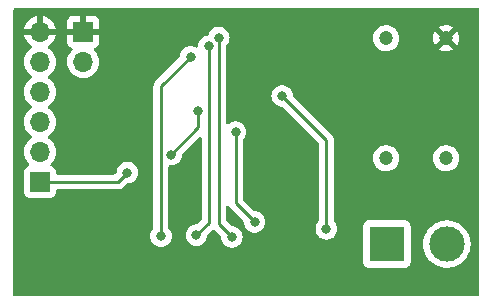
<source format=gbr>
G04 #@! TF.GenerationSoftware,KiCad,Pcbnew,(6.0.2)*
G04 #@! TF.CreationDate,2022-07-04T11:46:19+05:00*
G04 #@! TF.ProjectId,18bit-DIT,31386269-742d-4444-9954-2e6b69636164,rev?*
G04 #@! TF.SameCoordinates,Original*
G04 #@! TF.FileFunction,Copper,L2,Bot*
G04 #@! TF.FilePolarity,Positive*
%FSLAX46Y46*%
G04 Gerber Fmt 4.6, Leading zero omitted, Abs format (unit mm)*
G04 Created by KiCad (PCBNEW (6.0.2)) date 2022-07-04 11:46:19*
%MOMM*%
%LPD*%
G01*
G04 APERTURE LIST*
G04 #@! TA.AperFunction,ComponentPad*
%ADD10R,1.700000X1.700000*%
G04 #@! TD*
G04 #@! TA.AperFunction,ComponentPad*
%ADD11O,1.700000X1.700000*%
G04 #@! TD*
G04 #@! TA.AperFunction,ComponentPad*
%ADD12R,3.000000X3.000000*%
G04 #@! TD*
G04 #@! TA.AperFunction,ComponentPad*
%ADD13C,3.000000*%
G04 #@! TD*
G04 #@! TA.AperFunction,ComponentPad*
%ADD14C,1.200000*%
G04 #@! TD*
G04 #@! TA.AperFunction,ViaPad*
%ADD15C,0.800000*%
G04 #@! TD*
G04 #@! TA.AperFunction,Conductor*
%ADD16C,0.250000*%
G04 #@! TD*
G04 APERTURE END LIST*
D10*
X126746000Y-67818000D03*
D11*
X126746000Y-65278000D03*
X126746000Y-62738000D03*
X126746000Y-60198000D03*
X126746000Y-57658000D03*
X126746000Y-55118000D03*
D12*
X156120000Y-73080000D03*
D13*
X161200000Y-73080000D03*
D14*
X156060000Y-55650000D03*
X161140000Y-55650000D03*
X156060000Y-65810000D03*
X161140000Y-65810000D03*
D10*
X130410000Y-55110000D03*
D11*
X130410000Y-57650000D03*
D15*
X134150000Y-67020000D03*
X137852500Y-65497500D03*
X140160000Y-61770000D03*
X151040000Y-60840000D03*
X156910000Y-63230000D03*
X134560000Y-69410000D03*
X139120000Y-69410000D03*
X134615000Y-62505000D03*
X143310000Y-63600000D03*
X144930000Y-71190000D03*
X143000000Y-72470000D03*
X141888517Y-55589990D03*
X147260000Y-60530000D03*
X151000000Y-71780000D03*
X141050000Y-56320000D03*
X140000000Y-72320000D03*
X137000000Y-72400000D03*
X139510000Y-57220000D03*
D16*
X133352000Y-67818000D02*
X134150000Y-67020000D01*
X140160000Y-63190000D02*
X137852500Y-65497500D01*
X140160000Y-61770000D02*
X140160000Y-63190000D01*
X126746000Y-67818000D02*
X128898000Y-67818000D01*
X129722000Y-67818000D02*
X133352000Y-67818000D01*
X129722000Y-67818000D02*
X128898000Y-67818000D01*
X143310000Y-69570000D02*
X144930000Y-71190000D01*
X143310000Y-63600000D02*
X143310000Y-69570000D01*
X141888517Y-71358517D02*
X141888517Y-55589990D01*
X143000000Y-72470000D02*
X141888517Y-71358517D01*
X151000000Y-64270000D02*
X151000000Y-65320000D01*
X151000000Y-71780000D02*
X151000000Y-65320000D01*
X147260000Y-60530000D02*
X151000000Y-64270000D01*
X140000000Y-72320000D02*
X141065002Y-71254998D01*
X141065002Y-56335002D02*
X141050000Y-56320000D01*
X141065002Y-71254998D02*
X141065002Y-56335002D01*
X137000000Y-72400000D02*
X137000000Y-59730000D01*
X137000000Y-59730000D02*
X139510000Y-57220000D01*
G04 #@! TA.AperFunction,Conductor*
G36*
X163884121Y-53128002D02*
G01*
X163930614Y-53181658D01*
X163942000Y-53234000D01*
X163942000Y-77366000D01*
X163921998Y-77434121D01*
X163868342Y-77480614D01*
X163816000Y-77492000D01*
X124614499Y-77492000D01*
X124546378Y-77471998D01*
X124499885Y-77418342D01*
X124488499Y-77365901D01*
X124490292Y-75089918D01*
X124490656Y-74628134D01*
X154111500Y-74628134D01*
X154118255Y-74690316D01*
X154169385Y-74826705D01*
X154256739Y-74943261D01*
X154373295Y-75030615D01*
X154509684Y-75081745D01*
X154571866Y-75088500D01*
X157668134Y-75088500D01*
X157730316Y-75081745D01*
X157866705Y-75030615D01*
X157983261Y-74943261D01*
X158070615Y-74826705D01*
X158121745Y-74690316D01*
X158128500Y-74628134D01*
X158128500Y-73058918D01*
X159186917Y-73058918D01*
X159202682Y-73332320D01*
X159203507Y-73336525D01*
X159203508Y-73336533D01*
X159203952Y-73338794D01*
X159255405Y-73601053D01*
X159256792Y-73605103D01*
X159256793Y-73605108D01*
X159277605Y-73665895D01*
X159344112Y-73860144D01*
X159467160Y-74104799D01*
X159469586Y-74108328D01*
X159469589Y-74108334D01*
X159619843Y-74326953D01*
X159622274Y-74330490D01*
X159806582Y-74533043D01*
X160016675Y-74708707D01*
X160020316Y-74710991D01*
X160245024Y-74851951D01*
X160245028Y-74851953D01*
X160248664Y-74854234D01*
X160316544Y-74884883D01*
X160494345Y-74965164D01*
X160494349Y-74965166D01*
X160498257Y-74966930D01*
X160502377Y-74968150D01*
X160502376Y-74968150D01*
X160756723Y-75043491D01*
X160756727Y-75043492D01*
X160760836Y-75044709D01*
X160765070Y-75045357D01*
X160765075Y-75045358D01*
X161027298Y-75085483D01*
X161027300Y-75085483D01*
X161031540Y-75086132D01*
X161170912Y-75088322D01*
X161301071Y-75090367D01*
X161301077Y-75090367D01*
X161305362Y-75090434D01*
X161577235Y-75057534D01*
X161842127Y-74988041D01*
X161846087Y-74986401D01*
X161846092Y-74986399D01*
X161968632Y-74935641D01*
X162095136Y-74883241D01*
X162331582Y-74745073D01*
X162547089Y-74576094D01*
X162588809Y-74533043D01*
X162734686Y-74382509D01*
X162737669Y-74379431D01*
X162740202Y-74375983D01*
X162740206Y-74375978D01*
X162897257Y-74162178D01*
X162899795Y-74158723D01*
X162927154Y-74108334D01*
X163028418Y-73921830D01*
X163028419Y-73921828D01*
X163030468Y-73918054D01*
X163127269Y-73661877D01*
X163188407Y-73394933D01*
X163193418Y-73338794D01*
X163212531Y-73124627D01*
X163212531Y-73124625D01*
X163212751Y-73122161D01*
X163212908Y-73107237D01*
X163213167Y-73082484D01*
X163213167Y-73082483D01*
X163213193Y-73080000D01*
X163207327Y-72993955D01*
X163194859Y-72811055D01*
X163194858Y-72811049D01*
X163194567Y-72806778D01*
X163139032Y-72538612D01*
X163047617Y-72280465D01*
X162922013Y-72037112D01*
X162912040Y-72022921D01*
X162803703Y-71868774D01*
X162764545Y-71813057D01*
X162657141Y-71697476D01*
X162581046Y-71615588D01*
X162581043Y-71615585D01*
X162578125Y-71612445D01*
X162574810Y-71609731D01*
X162574806Y-71609728D01*
X162413304Y-71477540D01*
X162366205Y-71438990D01*
X162132704Y-71295901D01*
X162128768Y-71294173D01*
X161885873Y-71187549D01*
X161885869Y-71187548D01*
X161881945Y-71185825D01*
X161618566Y-71110800D01*
X161614324Y-71110196D01*
X161614318Y-71110195D01*
X161409387Y-71081029D01*
X161347443Y-71072213D01*
X161203589Y-71071460D01*
X161077877Y-71070802D01*
X161077871Y-71070802D01*
X161073591Y-71070780D01*
X161069347Y-71071339D01*
X161069343Y-71071339D01*
X160995741Y-71081029D01*
X160802078Y-71106525D01*
X160797938Y-71107658D01*
X160797936Y-71107658D01*
X160731467Y-71125842D01*
X160537928Y-71178788D01*
X160533980Y-71180472D01*
X160289982Y-71284546D01*
X160289978Y-71284548D01*
X160286030Y-71286232D01*
X160266125Y-71298145D01*
X160054725Y-71424664D01*
X160054721Y-71424667D01*
X160051043Y-71426868D01*
X159837318Y-71598094D01*
X159796475Y-71641134D01*
X159654130Y-71791134D01*
X159648808Y-71796742D01*
X159489002Y-72019136D01*
X159360857Y-72261161D01*
X159359385Y-72265184D01*
X159359383Y-72265188D01*
X159280372Y-72481094D01*
X159266743Y-72518337D01*
X159208404Y-72785907D01*
X159186917Y-73058918D01*
X158128500Y-73058918D01*
X158128500Y-71531866D01*
X158121745Y-71469684D01*
X158070615Y-71333295D01*
X157983261Y-71216739D01*
X157866705Y-71129385D01*
X157730316Y-71078255D01*
X157668134Y-71071500D01*
X154571866Y-71071500D01*
X154509684Y-71078255D01*
X154373295Y-71129385D01*
X154256739Y-71216739D01*
X154169385Y-71333295D01*
X154118255Y-71469684D01*
X154111500Y-71531866D01*
X154111500Y-74628134D01*
X124490656Y-74628134D01*
X124492410Y-72400000D01*
X136086496Y-72400000D01*
X136087186Y-72406565D01*
X136101506Y-72542809D01*
X136106458Y-72589928D01*
X136165473Y-72771556D01*
X136168776Y-72777278D01*
X136168777Y-72777279D01*
X136176224Y-72790177D01*
X136260960Y-72936944D01*
X136388747Y-73078866D01*
X136478334Y-73143955D01*
X136536354Y-73186109D01*
X136543248Y-73191118D01*
X136549276Y-73193802D01*
X136549278Y-73193803D01*
X136691754Y-73257237D01*
X136717712Y-73268794D01*
X136811113Y-73288647D01*
X136898056Y-73307128D01*
X136898061Y-73307128D01*
X136904513Y-73308500D01*
X137095487Y-73308500D01*
X137101939Y-73307128D01*
X137101944Y-73307128D01*
X137188887Y-73288647D01*
X137282288Y-73268794D01*
X137308246Y-73257237D01*
X137450722Y-73193803D01*
X137450724Y-73193802D01*
X137456752Y-73191118D01*
X137463647Y-73186109D01*
X137521666Y-73143955D01*
X137611253Y-73078866D01*
X137739040Y-72936944D01*
X137823776Y-72790177D01*
X137831223Y-72777279D01*
X137831224Y-72777278D01*
X137834527Y-72771556D01*
X137893542Y-72589928D01*
X137898495Y-72542809D01*
X137912814Y-72406565D01*
X137913504Y-72400000D01*
X137900540Y-72276656D01*
X137894232Y-72216635D01*
X137894232Y-72216633D01*
X137893542Y-72210072D01*
X137834527Y-72028444D01*
X137827145Y-72015657D01*
X137742341Y-71868774D01*
X137739040Y-71863056D01*
X137665863Y-71781785D01*
X137635147Y-71717779D01*
X137633500Y-71697476D01*
X137633500Y-66532000D01*
X137653502Y-66463879D01*
X137707158Y-66417386D01*
X137759500Y-66406000D01*
X137947987Y-66406000D01*
X137954439Y-66404628D01*
X137954444Y-66404628D01*
X138041387Y-66386147D01*
X138134788Y-66366294D01*
X138140819Y-66363609D01*
X138303222Y-66291303D01*
X138303224Y-66291302D01*
X138309252Y-66288618D01*
X138359738Y-66251938D01*
X138365115Y-66248031D01*
X138463753Y-66176366D01*
X138486407Y-66151206D01*
X138587121Y-66039352D01*
X138587122Y-66039351D01*
X138591540Y-66034444D01*
X138673425Y-65892616D01*
X138683723Y-65874779D01*
X138683724Y-65874778D01*
X138687027Y-65869056D01*
X138746042Y-65687428D01*
X138763407Y-65522206D01*
X138790420Y-65456550D01*
X138799622Y-65446282D01*
X140216407Y-64029498D01*
X140278719Y-63995472D01*
X140349535Y-64000537D01*
X140406370Y-64043084D01*
X140431181Y-64109604D01*
X140431502Y-64118593D01*
X140431502Y-70940403D01*
X140411500Y-71008524D01*
X140394597Y-71029498D01*
X140049500Y-71374595D01*
X139987188Y-71408621D01*
X139960405Y-71411500D01*
X139904513Y-71411500D01*
X139898061Y-71412872D01*
X139898056Y-71412872D01*
X139819595Y-71429550D01*
X139717712Y-71451206D01*
X139711682Y-71453891D01*
X139711681Y-71453891D01*
X139549278Y-71526197D01*
X139549276Y-71526198D01*
X139543248Y-71528882D01*
X139537907Y-71532762D01*
X139537906Y-71532763D01*
X139506927Y-71555271D01*
X139388747Y-71641134D01*
X139384326Y-71646044D01*
X139384325Y-71646045D01*
X139294468Y-71745842D01*
X139260960Y-71783056D01*
X139165473Y-71948444D01*
X139106458Y-72130072D01*
X139105768Y-72136633D01*
X139105768Y-72136635D01*
X139090003Y-72286635D01*
X139086496Y-72320000D01*
X139087186Y-72326565D01*
X139100588Y-72454074D01*
X139106458Y-72509928D01*
X139165473Y-72691556D01*
X139260960Y-72856944D01*
X139388747Y-72998866D01*
X139406621Y-73011852D01*
X139504202Y-73082749D01*
X139543248Y-73111118D01*
X139549276Y-73113802D01*
X139549278Y-73113803D01*
X139636753Y-73152749D01*
X139717712Y-73188794D01*
X139811112Y-73208647D01*
X139898056Y-73227128D01*
X139898061Y-73227128D01*
X139904513Y-73228500D01*
X140095487Y-73228500D01*
X140101939Y-73227128D01*
X140101944Y-73227128D01*
X140188888Y-73208647D01*
X140282288Y-73188794D01*
X140363247Y-73152749D01*
X140450722Y-73113803D01*
X140450724Y-73113802D01*
X140456752Y-73111118D01*
X140495799Y-73082749D01*
X140593379Y-73011852D01*
X140611253Y-72998866D01*
X140739040Y-72856944D01*
X140834527Y-72691556D01*
X140893542Y-72509928D01*
X140910907Y-72344706D01*
X140937920Y-72279050D01*
X140947122Y-72268782D01*
X141335905Y-71879999D01*
X141398217Y-71845973D01*
X141469032Y-71851038D01*
X141514095Y-71879999D01*
X142052878Y-72418782D01*
X142086904Y-72481094D01*
X142089092Y-72494703D01*
X142096716Y-72567237D01*
X142105006Y-72646109D01*
X142106458Y-72659928D01*
X142165473Y-72841556D01*
X142260960Y-73006944D01*
X142265378Y-73011851D01*
X142265379Y-73011852D01*
X142357176Y-73113803D01*
X142388747Y-73148866D01*
X142543248Y-73261118D01*
X142549276Y-73263802D01*
X142549278Y-73263803D01*
X142649670Y-73308500D01*
X142717712Y-73338794D01*
X142811112Y-73358647D01*
X142898056Y-73377128D01*
X142898061Y-73377128D01*
X142904513Y-73378500D01*
X143095487Y-73378500D01*
X143101939Y-73377128D01*
X143101944Y-73377128D01*
X143188888Y-73358647D01*
X143282288Y-73338794D01*
X143350330Y-73308500D01*
X143450722Y-73263803D01*
X143450724Y-73263802D01*
X143456752Y-73261118D01*
X143611253Y-73148866D01*
X143642824Y-73113803D01*
X143734621Y-73011852D01*
X143734622Y-73011851D01*
X143739040Y-73006944D01*
X143834527Y-72841556D01*
X143893542Y-72659928D01*
X143894995Y-72646109D01*
X143912814Y-72476565D01*
X143913504Y-72470000D01*
X143897739Y-72320000D01*
X143894232Y-72286635D01*
X143894232Y-72286633D01*
X143893542Y-72280072D01*
X143834527Y-72098444D01*
X143739040Y-71933056D01*
X143684740Y-71872749D01*
X143615675Y-71796045D01*
X143615674Y-71796044D01*
X143611253Y-71791134D01*
X143510289Y-71717779D01*
X143462094Y-71682763D01*
X143462093Y-71682762D01*
X143456752Y-71678882D01*
X143450724Y-71676198D01*
X143450722Y-71676197D01*
X143288319Y-71603891D01*
X143288318Y-71603891D01*
X143282288Y-71601206D01*
X143188888Y-71581353D01*
X143101944Y-71562872D01*
X143101939Y-71562872D01*
X143095487Y-71561500D01*
X143039595Y-71561500D01*
X142971474Y-71541498D01*
X142950500Y-71524595D01*
X142558922Y-71133017D01*
X142524896Y-71070705D01*
X142522017Y-71043922D01*
X142522017Y-69950778D01*
X142542019Y-69882657D01*
X142595675Y-69836164D01*
X142665949Y-69826060D01*
X142730529Y-69855554D01*
X142749131Y-69878574D01*
X142750448Y-69877617D01*
X142776436Y-69913387D01*
X142782952Y-69923307D01*
X142799199Y-69950778D01*
X142805458Y-69961362D01*
X142819779Y-69975683D01*
X142832619Y-69990716D01*
X142844528Y-70007107D01*
X142850634Y-70012158D01*
X142878605Y-70035298D01*
X142887384Y-70043288D01*
X143982878Y-71138783D01*
X144016904Y-71201095D01*
X144019093Y-71214708D01*
X144027627Y-71295901D01*
X144036458Y-71379928D01*
X144095473Y-71561556D01*
X144098776Y-71567278D01*
X144098777Y-71567279D01*
X144118365Y-71601206D01*
X144190960Y-71726944D01*
X144195378Y-71731851D01*
X144195379Y-71731852D01*
X144309101Y-71858153D01*
X144318747Y-71868866D01*
X144473248Y-71981118D01*
X144479276Y-71983802D01*
X144479278Y-71983803D01*
X144641681Y-72056109D01*
X144647712Y-72058794D01*
X144741113Y-72078647D01*
X144828056Y-72097128D01*
X144828061Y-72097128D01*
X144834513Y-72098500D01*
X145025487Y-72098500D01*
X145031939Y-72097128D01*
X145031944Y-72097128D01*
X145118887Y-72078647D01*
X145212288Y-72058794D01*
X145218319Y-72056109D01*
X145380722Y-71983803D01*
X145380724Y-71983802D01*
X145386752Y-71981118D01*
X145541253Y-71868866D01*
X145550899Y-71858153D01*
X145664621Y-71731852D01*
X145664622Y-71731851D01*
X145669040Y-71726944D01*
X145741635Y-71601206D01*
X145761223Y-71567279D01*
X145761224Y-71567278D01*
X145764527Y-71561556D01*
X145823542Y-71379928D01*
X145832374Y-71295901D01*
X145842814Y-71196565D01*
X145843504Y-71190000D01*
X145831759Y-71078255D01*
X145824232Y-71006635D01*
X145824232Y-71006633D01*
X145823542Y-71000072D01*
X145764527Y-70818444D01*
X145669040Y-70653056D01*
X145541253Y-70511134D01*
X145386752Y-70398882D01*
X145380724Y-70396198D01*
X145380722Y-70396197D01*
X145218319Y-70323891D01*
X145218318Y-70323891D01*
X145212288Y-70321206D01*
X145118888Y-70301353D01*
X145031944Y-70282872D01*
X145031939Y-70282872D01*
X145025487Y-70281500D01*
X144969595Y-70281500D01*
X144901474Y-70261498D01*
X144880499Y-70244595D01*
X143980404Y-69344499D01*
X143946379Y-69282187D01*
X143943500Y-69255404D01*
X143943500Y-64302524D01*
X143963502Y-64234403D01*
X143975858Y-64218221D01*
X144049040Y-64136944D01*
X144127795Y-64000537D01*
X144141223Y-63977279D01*
X144141224Y-63977278D01*
X144144527Y-63971556D01*
X144203542Y-63789928D01*
X144204673Y-63779173D01*
X144222814Y-63606565D01*
X144223504Y-63600000D01*
X144222814Y-63593435D01*
X144204232Y-63416635D01*
X144204232Y-63416633D01*
X144203542Y-63410072D01*
X144144527Y-63228444D01*
X144049040Y-63063056D01*
X144020198Y-63031023D01*
X143925675Y-62926045D01*
X143925674Y-62926044D01*
X143921253Y-62921134D01*
X143766752Y-62808882D01*
X143760724Y-62806198D01*
X143760722Y-62806197D01*
X143598319Y-62733891D01*
X143598318Y-62733891D01*
X143592288Y-62731206D01*
X143491821Y-62709851D01*
X143411944Y-62692872D01*
X143411939Y-62692872D01*
X143405487Y-62691500D01*
X143214513Y-62691500D01*
X143208061Y-62692872D01*
X143208056Y-62692872D01*
X143128179Y-62709851D01*
X143027712Y-62731206D01*
X143021682Y-62733891D01*
X143021681Y-62733891D01*
X142859278Y-62806197D01*
X142859276Y-62806198D01*
X142853248Y-62808882D01*
X142847907Y-62812762D01*
X142847906Y-62812763D01*
X142722078Y-62904183D01*
X142655210Y-62928041D01*
X142586059Y-62911961D01*
X142536579Y-62861047D01*
X142522017Y-62802247D01*
X142522017Y-60530000D01*
X146346496Y-60530000D01*
X146347186Y-60536565D01*
X146364832Y-60704453D01*
X146366458Y-60719928D01*
X146425473Y-60901556D01*
X146520960Y-61066944D01*
X146525378Y-61071851D01*
X146525379Y-61071852D01*
X146611979Y-61168031D01*
X146648747Y-61208866D01*
X146803248Y-61321118D01*
X146809276Y-61323802D01*
X146809278Y-61323803D01*
X146965857Y-61393516D01*
X146977712Y-61398794D01*
X147071113Y-61418647D01*
X147158056Y-61437128D01*
X147158061Y-61437128D01*
X147164513Y-61438500D01*
X147220406Y-61438500D01*
X147288527Y-61458502D01*
X147309501Y-61475405D01*
X150329595Y-64495500D01*
X150363621Y-64557812D01*
X150366500Y-64584595D01*
X150366500Y-71077476D01*
X150346498Y-71145597D01*
X150334142Y-71161779D01*
X150260960Y-71243056D01*
X150165473Y-71408444D01*
X150106458Y-71590072D01*
X150105768Y-71596633D01*
X150105768Y-71596635D01*
X150093036Y-71717779D01*
X150086496Y-71780000D01*
X150087186Y-71786565D01*
X150104861Y-71954729D01*
X150106458Y-71969928D01*
X150165473Y-72151556D01*
X150260960Y-72316944D01*
X150388747Y-72458866D01*
X150476359Y-72522520D01*
X150498508Y-72538612D01*
X150543248Y-72571118D01*
X150549276Y-72573802D01*
X150549278Y-72573803D01*
X150711681Y-72646109D01*
X150717712Y-72648794D01*
X150799629Y-72666206D01*
X150898056Y-72687128D01*
X150898061Y-72687128D01*
X150904513Y-72688500D01*
X151095487Y-72688500D01*
X151101939Y-72687128D01*
X151101944Y-72687128D01*
X151200371Y-72666206D01*
X151282288Y-72648794D01*
X151288319Y-72646109D01*
X151450722Y-72573803D01*
X151450724Y-72573802D01*
X151456752Y-72571118D01*
X151501493Y-72538612D01*
X151523641Y-72522520D01*
X151611253Y-72458866D01*
X151739040Y-72316944D01*
X151834527Y-72151556D01*
X151893542Y-71969928D01*
X151895140Y-71954729D01*
X151912814Y-71786565D01*
X151913504Y-71780000D01*
X151906964Y-71717779D01*
X151894232Y-71596635D01*
X151894232Y-71596633D01*
X151893542Y-71590072D01*
X151834527Y-71408444D01*
X151739040Y-71243056D01*
X151665863Y-71161785D01*
X151635147Y-71097779D01*
X151633500Y-71077476D01*
X151633500Y-65780859D01*
X154947132Y-65780859D01*
X154960457Y-65984151D01*
X155010605Y-66181610D01*
X155095898Y-66366624D01*
X155213479Y-66532997D01*
X155217613Y-66537024D01*
X155326114Y-66642721D01*
X155359410Y-66675157D01*
X155364206Y-66678362D01*
X155364209Y-66678364D01*
X155441913Y-66730284D01*
X155528803Y-66788342D01*
X155534106Y-66790620D01*
X155534109Y-66790622D01*
X155690200Y-66857684D01*
X155715987Y-66868763D01*
X155788817Y-66885243D01*
X155909055Y-66912450D01*
X155909060Y-66912451D01*
X155914692Y-66913725D01*
X155920463Y-66913952D01*
X155920465Y-66913952D01*
X155983470Y-66916427D01*
X156118263Y-66921723D01*
X156319883Y-66892490D01*
X156325347Y-66890635D01*
X156325352Y-66890634D01*
X156507327Y-66828862D01*
X156507332Y-66828860D01*
X156512799Y-66827004D01*
X156690551Y-66727458D01*
X156847186Y-66597186D01*
X156977458Y-66440551D01*
X157077004Y-66262799D01*
X157078860Y-66257332D01*
X157078862Y-66257327D01*
X157140634Y-66075352D01*
X157140635Y-66075347D01*
X157142490Y-66069883D01*
X157171723Y-65868263D01*
X157173249Y-65810000D01*
X157170571Y-65780859D01*
X160027132Y-65780859D01*
X160040457Y-65984151D01*
X160090605Y-66181610D01*
X160175898Y-66366624D01*
X160293479Y-66532997D01*
X160297613Y-66537024D01*
X160406114Y-66642721D01*
X160439410Y-66675157D01*
X160444206Y-66678362D01*
X160444209Y-66678364D01*
X160521913Y-66730284D01*
X160608803Y-66788342D01*
X160614106Y-66790620D01*
X160614109Y-66790622D01*
X160770200Y-66857684D01*
X160795987Y-66868763D01*
X160868817Y-66885243D01*
X160989055Y-66912450D01*
X160989060Y-66912451D01*
X160994692Y-66913725D01*
X161000463Y-66913952D01*
X161000465Y-66913952D01*
X161063470Y-66916427D01*
X161198263Y-66921723D01*
X161399883Y-66892490D01*
X161405347Y-66890635D01*
X161405352Y-66890634D01*
X161587327Y-66828862D01*
X161587332Y-66828860D01*
X161592799Y-66827004D01*
X161770551Y-66727458D01*
X161927186Y-66597186D01*
X162057458Y-66440551D01*
X162157004Y-66262799D01*
X162158860Y-66257332D01*
X162158862Y-66257327D01*
X162220634Y-66075352D01*
X162220635Y-66075347D01*
X162222490Y-66069883D01*
X162251723Y-65868263D01*
X162253249Y-65810000D01*
X162241822Y-65685639D01*
X162235137Y-65612880D01*
X162235136Y-65612877D01*
X162234608Y-65607126D01*
X162193832Y-65462547D01*
X162180875Y-65416606D01*
X162180874Y-65416604D01*
X162179307Y-65411047D01*
X162168680Y-65389496D01*
X162091756Y-65233510D01*
X162089201Y-65228329D01*
X162070796Y-65203681D01*
X161970758Y-65069715D01*
X161970758Y-65069714D01*
X161967305Y-65065091D01*
X161817703Y-64926800D01*
X161771675Y-64897759D01*
X161650288Y-64821169D01*
X161650283Y-64821167D01*
X161645404Y-64818088D01*
X161456180Y-64742595D01*
X161256366Y-64702849D01*
X161250592Y-64702773D01*
X161250588Y-64702773D01*
X161147452Y-64701424D01*
X161052655Y-64700183D01*
X161046958Y-64701162D01*
X161046957Y-64701162D01*
X160857567Y-64733705D01*
X160851870Y-64734684D01*
X160660734Y-64805198D01*
X160655773Y-64808150D01*
X160655772Y-64808150D01*
X160595985Y-64843720D01*
X160485649Y-64909363D01*
X160332478Y-65043690D01*
X160328911Y-65048215D01*
X160328906Y-65048220D01*
X160242331Y-65158040D01*
X160206351Y-65203681D01*
X160111492Y-65383978D01*
X160051078Y-65578543D01*
X160027132Y-65780859D01*
X157170571Y-65780859D01*
X157161822Y-65685639D01*
X157155137Y-65612880D01*
X157155136Y-65612877D01*
X157154608Y-65607126D01*
X157113832Y-65462547D01*
X157100875Y-65416606D01*
X157100874Y-65416604D01*
X157099307Y-65411047D01*
X157088680Y-65389496D01*
X157011756Y-65233510D01*
X157009201Y-65228329D01*
X156990796Y-65203681D01*
X156890758Y-65069715D01*
X156890758Y-65069714D01*
X156887305Y-65065091D01*
X156737703Y-64926800D01*
X156691675Y-64897759D01*
X156570288Y-64821169D01*
X156570283Y-64821167D01*
X156565404Y-64818088D01*
X156376180Y-64742595D01*
X156176366Y-64702849D01*
X156170592Y-64702773D01*
X156170588Y-64702773D01*
X156067452Y-64701424D01*
X155972655Y-64700183D01*
X155966958Y-64701162D01*
X155966957Y-64701162D01*
X155777567Y-64733705D01*
X155771870Y-64734684D01*
X155580734Y-64805198D01*
X155575773Y-64808150D01*
X155575772Y-64808150D01*
X155515985Y-64843720D01*
X155405649Y-64909363D01*
X155252478Y-65043690D01*
X155248911Y-65048215D01*
X155248906Y-65048220D01*
X155162331Y-65158040D01*
X155126351Y-65203681D01*
X155031492Y-65383978D01*
X154971078Y-65578543D01*
X154947132Y-65780859D01*
X151633500Y-65780859D01*
X151633500Y-64348768D01*
X151634027Y-64337585D01*
X151635702Y-64330092D01*
X151633562Y-64262001D01*
X151633500Y-64258044D01*
X151633500Y-64230144D01*
X151632996Y-64226153D01*
X151632063Y-64214311D01*
X151630923Y-64178036D01*
X151630674Y-64170111D01*
X151628462Y-64162497D01*
X151628461Y-64162492D01*
X151625023Y-64150659D01*
X151621012Y-64131295D01*
X151619467Y-64119064D01*
X151618474Y-64111203D01*
X151615557Y-64103836D01*
X151615556Y-64103831D01*
X151602198Y-64070092D01*
X151598354Y-64058865D01*
X151588230Y-64024022D01*
X151586018Y-64016407D01*
X151581697Y-64009100D01*
X151575707Y-63998972D01*
X151567012Y-63981224D01*
X151559552Y-63962383D01*
X151533564Y-63926613D01*
X151527048Y-63916693D01*
X151508580Y-63885465D01*
X151508578Y-63885462D01*
X151504542Y-63878638D01*
X151490221Y-63864317D01*
X151477380Y-63849283D01*
X151470131Y-63839306D01*
X151465472Y-63832893D01*
X151431395Y-63804702D01*
X151422616Y-63796712D01*
X148207122Y-60581217D01*
X148173096Y-60518905D01*
X148170907Y-60505292D01*
X148168348Y-60480939D01*
X148164977Y-60448866D01*
X148154232Y-60346635D01*
X148154232Y-60346633D01*
X148153542Y-60340072D01*
X148094527Y-60158444D01*
X147999040Y-59993056D01*
X147987755Y-59980522D01*
X147875675Y-59856045D01*
X147875674Y-59856044D01*
X147871253Y-59851134D01*
X147772157Y-59779136D01*
X147722094Y-59742763D01*
X147722093Y-59742762D01*
X147716752Y-59738882D01*
X147710724Y-59736198D01*
X147710722Y-59736197D01*
X147548319Y-59663891D01*
X147548318Y-59663891D01*
X147542288Y-59661206D01*
X147448888Y-59641353D01*
X147361944Y-59622872D01*
X147361939Y-59622872D01*
X147355487Y-59621500D01*
X147164513Y-59621500D01*
X147158061Y-59622872D01*
X147158056Y-59622872D01*
X147071112Y-59641353D01*
X146977712Y-59661206D01*
X146971682Y-59663891D01*
X146971681Y-59663891D01*
X146809278Y-59736197D01*
X146809276Y-59736198D01*
X146803248Y-59738882D01*
X146797907Y-59742762D01*
X146797906Y-59742763D01*
X146747843Y-59779136D01*
X146648747Y-59851134D01*
X146644326Y-59856044D01*
X146644325Y-59856045D01*
X146532246Y-59980522D01*
X146520960Y-59993056D01*
X146425473Y-60158444D01*
X146366458Y-60340072D01*
X146365768Y-60346633D01*
X146365768Y-60346635D01*
X146351652Y-60480939D01*
X146346496Y-60530000D01*
X142522017Y-60530000D01*
X142522017Y-56292514D01*
X142542019Y-56224393D01*
X142554375Y-56208211D01*
X142627557Y-56126934D01*
X142723044Y-55961546D01*
X142782059Y-55779918D01*
X142786592Y-55736794D01*
X142798777Y-55620859D01*
X154947132Y-55620859D01*
X154960457Y-55824151D01*
X155010605Y-56021610D01*
X155095898Y-56206624D01*
X155213479Y-56372997D01*
X155217613Y-56377024D01*
X155340550Y-56496784D01*
X155359410Y-56515157D01*
X155364206Y-56518362D01*
X155364209Y-56518364D01*
X155474776Y-56592242D01*
X155528803Y-56628342D01*
X155534106Y-56630620D01*
X155534109Y-56630622D01*
X155710680Y-56706483D01*
X155715987Y-56708763D01*
X155788817Y-56725243D01*
X155909055Y-56752450D01*
X155909060Y-56752451D01*
X155914692Y-56753725D01*
X155920463Y-56753952D01*
X155920465Y-56753952D01*
X155983470Y-56756427D01*
X156118263Y-56761723D01*
X156319883Y-56732490D01*
X156325347Y-56730635D01*
X156325352Y-56730634D01*
X156507327Y-56668862D01*
X156507332Y-56668860D01*
X156512799Y-56667004D01*
X156518653Y-56663726D01*
X156629054Y-56601898D01*
X156647989Y-56591294D01*
X160563066Y-56591294D01*
X160572948Y-56603783D01*
X160604239Y-56624691D01*
X160614349Y-56630181D01*
X160790835Y-56706005D01*
X160801778Y-56709560D01*
X160989120Y-56751952D01*
X161000530Y-56753454D01*
X161192469Y-56760995D01*
X161203951Y-56760393D01*
X161394045Y-56732832D01*
X161405240Y-56730144D01*
X161587131Y-56668400D01*
X161597628Y-56663726D01*
X161708032Y-56601898D01*
X161717895Y-56591821D01*
X161714940Y-56584151D01*
X161152811Y-56022021D01*
X161138868Y-56014408D01*
X161137034Y-56014539D01*
X161130420Y-56018790D01*
X160569259Y-56579952D01*
X160563066Y-56591294D01*
X156647989Y-56591294D01*
X156690551Y-56567458D01*
X156847186Y-56437186D01*
X156977458Y-56280551D01*
X157077004Y-56102799D01*
X157078860Y-56097332D01*
X157078862Y-56097327D01*
X157140634Y-55915352D01*
X157140635Y-55915347D01*
X157142490Y-55909883D01*
X157171723Y-55708263D01*
X157173249Y-55650000D01*
X157171102Y-55626638D01*
X160028012Y-55626638D01*
X160040575Y-55818304D01*
X160042376Y-55829674D01*
X160089657Y-56015843D01*
X160093498Y-56026690D01*
X160173916Y-56201130D01*
X160179664Y-56211086D01*
X160185788Y-56219751D01*
X160196377Y-56228140D01*
X160209676Y-56221113D01*
X160767979Y-55662811D01*
X160774356Y-55651132D01*
X161504408Y-55651132D01*
X161504539Y-55652966D01*
X161508790Y-55659580D01*
X162070239Y-56221028D01*
X162082614Y-56227785D01*
X162089194Y-56222859D01*
X162153726Y-56107628D01*
X162158400Y-56097131D01*
X162220144Y-55915240D01*
X162222832Y-55904045D01*
X162250689Y-55711911D01*
X162251319Y-55704528D01*
X162252650Y-55653704D01*
X162252407Y-55646305D01*
X162234643Y-55452975D01*
X162232545Y-55441654D01*
X162180408Y-55256791D01*
X162176283Y-55246044D01*
X162092163Y-55075465D01*
X162084869Y-55069990D01*
X162072449Y-55076762D01*
X161512021Y-55637189D01*
X161504408Y-55651132D01*
X160774356Y-55651132D01*
X160775592Y-55648868D01*
X160775461Y-55647034D01*
X160771210Y-55640420D01*
X160208538Y-55077749D01*
X160196163Y-55070992D01*
X160190197Y-55075458D01*
X160114645Y-55219058D01*
X160110242Y-55229691D01*
X160053281Y-55413132D01*
X160050891Y-55424376D01*
X160028313Y-55615137D01*
X160028012Y-55626638D01*
X157171102Y-55626638D01*
X157155230Y-55453891D01*
X157155137Y-55452880D01*
X157155136Y-55452877D01*
X157154608Y-55447126D01*
X157134985Y-55377548D01*
X157100875Y-55256606D01*
X157100874Y-55256604D01*
X157099307Y-55251047D01*
X157088776Y-55229691D01*
X157011756Y-55073510D01*
X157009201Y-55068329D01*
X157002059Y-55058764D01*
X156890758Y-54909715D01*
X156890758Y-54909714D01*
X156887305Y-54905091D01*
X156737703Y-54766800D01*
X156645580Y-54708675D01*
X160562788Y-54708675D01*
X160566275Y-54717064D01*
X161127189Y-55277979D01*
X161141132Y-55285592D01*
X161142966Y-55285461D01*
X161149580Y-55281210D01*
X161710285Y-54720504D01*
X161717042Y-54708129D01*
X161711012Y-54700073D01*
X161650061Y-54661616D01*
X161639813Y-54656395D01*
X161461401Y-54585216D01*
X161450373Y-54581949D01*
X161261982Y-54544476D01*
X161250535Y-54543273D01*
X161058477Y-54540759D01*
X161046997Y-54541662D01*
X160857697Y-54574190D01*
X160846577Y-54577170D01*
X160666365Y-54643653D01*
X160655991Y-54648601D01*
X160572385Y-54698342D01*
X160562788Y-54708675D01*
X156645580Y-54708675D01*
X156631947Y-54700073D01*
X156570288Y-54661169D01*
X156570283Y-54661167D01*
X156565404Y-54658088D01*
X156376180Y-54582595D01*
X156201663Y-54547881D01*
X156182032Y-54543976D01*
X156182031Y-54543976D01*
X156176366Y-54542849D01*
X156170592Y-54542773D01*
X156170588Y-54542773D01*
X156067452Y-54541424D01*
X155972655Y-54540183D01*
X155966958Y-54541162D01*
X155966957Y-54541162D01*
X155947671Y-54544476D01*
X155771870Y-54574684D01*
X155580734Y-54645198D01*
X155575773Y-54648150D01*
X155575772Y-54648150D01*
X155459939Y-54717064D01*
X155405649Y-54749363D01*
X155252478Y-54883690D01*
X155248911Y-54888215D01*
X155248906Y-54888220D01*
X155226979Y-54916035D01*
X155126351Y-55043681D01*
X155123662Y-55048792D01*
X155123660Y-55048795D01*
X155108946Y-55076762D01*
X155031492Y-55223978D01*
X154971078Y-55418543D01*
X154947132Y-55620859D01*
X142798777Y-55620859D01*
X142801331Y-55596555D01*
X142802021Y-55589990D01*
X142787610Y-55452880D01*
X142782749Y-55406625D01*
X142782749Y-55406623D01*
X142782059Y-55400062D01*
X142723044Y-55218434D01*
X142627557Y-55053046D01*
X142499770Y-54911124D01*
X142345269Y-54798872D01*
X142339241Y-54796188D01*
X142339239Y-54796187D01*
X142176836Y-54723881D01*
X142176835Y-54723881D01*
X142170805Y-54721196D01*
X142063286Y-54698342D01*
X141990461Y-54682862D01*
X141990456Y-54682862D01*
X141984004Y-54681490D01*
X141793030Y-54681490D01*
X141786578Y-54682862D01*
X141786573Y-54682862D01*
X141713748Y-54698342D01*
X141606229Y-54721196D01*
X141600199Y-54723881D01*
X141600198Y-54723881D01*
X141437795Y-54796187D01*
X141437793Y-54796188D01*
X141431765Y-54798872D01*
X141277264Y-54911124D01*
X141149477Y-55053046D01*
X141053990Y-55218434D01*
X141032212Y-55285461D01*
X141016465Y-55333924D01*
X140976392Y-55392530D01*
X140922830Y-55418234D01*
X140767712Y-55451206D01*
X140761682Y-55453891D01*
X140761681Y-55453891D01*
X140599278Y-55526197D01*
X140599276Y-55526198D01*
X140593248Y-55528882D01*
X140438747Y-55641134D01*
X140434326Y-55646044D01*
X140434325Y-55646045D01*
X140381643Y-55704555D01*
X140310960Y-55783056D01*
X140252686Y-55883990D01*
X140228028Y-55926699D01*
X140215473Y-55948444D01*
X140156458Y-56130072D01*
X140155768Y-56136633D01*
X140155768Y-56136635D01*
X140146188Y-56227785D01*
X140136496Y-56320000D01*
X140134528Y-56319793D01*
X140117184Y-56378862D01*
X140063528Y-56425355D01*
X139993254Y-56435459D01*
X139959937Y-56425848D01*
X139904930Y-56401357D01*
X139854405Y-56378862D01*
X139798319Y-56353891D01*
X139798318Y-56353891D01*
X139792288Y-56351206D01*
X139698887Y-56331353D01*
X139611944Y-56312872D01*
X139611939Y-56312872D01*
X139605487Y-56311500D01*
X139414513Y-56311500D01*
X139408061Y-56312872D01*
X139408056Y-56312872D01*
X139321112Y-56331353D01*
X139227712Y-56351206D01*
X139221682Y-56353891D01*
X139221681Y-56353891D01*
X139059278Y-56426197D01*
X139059276Y-56426198D01*
X139053248Y-56428882D01*
X139047907Y-56432762D01*
X139047906Y-56432763D01*
X139019630Y-56453307D01*
X138898747Y-56541134D01*
X138894326Y-56546044D01*
X138894325Y-56546045D01*
X138792463Y-56659175D01*
X138770960Y-56683056D01*
X138712686Y-56783990D01*
X138700896Y-56804411D01*
X138675473Y-56848444D01*
X138616458Y-57030072D01*
X138599933Y-57187305D01*
X138599093Y-57195293D01*
X138572080Y-57260950D01*
X138562878Y-57271218D01*
X136607747Y-59226348D01*
X136599461Y-59233888D01*
X136592982Y-59238000D01*
X136587557Y-59243777D01*
X136546357Y-59287651D01*
X136543602Y-59290493D01*
X136523865Y-59310230D01*
X136521385Y-59313427D01*
X136513682Y-59322447D01*
X136483414Y-59354679D01*
X136479595Y-59361625D01*
X136479593Y-59361628D01*
X136473652Y-59372434D01*
X136462801Y-59388953D01*
X136450386Y-59404959D01*
X136447241Y-59412228D01*
X136447238Y-59412232D01*
X136432826Y-59445537D01*
X136427609Y-59456187D01*
X136406305Y-59494940D01*
X136404334Y-59502615D01*
X136404334Y-59502616D01*
X136401267Y-59514562D01*
X136394863Y-59533266D01*
X136386819Y-59551855D01*
X136385580Y-59559678D01*
X136385577Y-59559688D01*
X136379901Y-59595524D01*
X136377495Y-59607144D01*
X136373457Y-59622872D01*
X136366500Y-59649970D01*
X136366500Y-59670224D01*
X136364949Y-59689934D01*
X136361780Y-59709943D01*
X136362526Y-59717835D01*
X136365941Y-59753961D01*
X136366500Y-59765819D01*
X136366500Y-71697476D01*
X136346498Y-71765597D01*
X136334142Y-71781779D01*
X136260960Y-71863056D01*
X136257659Y-71868774D01*
X136172856Y-72015657D01*
X136165473Y-72028444D01*
X136106458Y-72210072D01*
X136105768Y-72216633D01*
X136105768Y-72216635D01*
X136099460Y-72276656D01*
X136086496Y-72400000D01*
X124492410Y-72400000D01*
X124498045Y-65244695D01*
X125383251Y-65244695D01*
X125383548Y-65249848D01*
X125383548Y-65249851D01*
X125389011Y-65344590D01*
X125396110Y-65467715D01*
X125397247Y-65472761D01*
X125397248Y-65472767D01*
X125399233Y-65481574D01*
X125445222Y-65685639D01*
X125529266Y-65892616D01*
X125531965Y-65897020D01*
X125619186Y-66039352D01*
X125645987Y-66083088D01*
X125792250Y-66251938D01*
X125796230Y-66255242D01*
X125800981Y-66259187D01*
X125840616Y-66318090D01*
X125842113Y-66389071D01*
X125804997Y-66449593D01*
X125764725Y-66474112D01*
X125668751Y-66510091D01*
X125649295Y-66517385D01*
X125532739Y-66604739D01*
X125445385Y-66721295D01*
X125394255Y-66857684D01*
X125387500Y-66919866D01*
X125387500Y-68716134D01*
X125394255Y-68778316D01*
X125445385Y-68914705D01*
X125532739Y-69031261D01*
X125649295Y-69118615D01*
X125785684Y-69169745D01*
X125847866Y-69176500D01*
X127644134Y-69176500D01*
X127706316Y-69169745D01*
X127842705Y-69118615D01*
X127959261Y-69031261D01*
X128046615Y-68914705D01*
X128097745Y-68778316D01*
X128104500Y-68716134D01*
X128104500Y-68577500D01*
X128124502Y-68509379D01*
X128178158Y-68462886D01*
X128230500Y-68451500D01*
X133273233Y-68451500D01*
X133284416Y-68452027D01*
X133291909Y-68453702D01*
X133299835Y-68453453D01*
X133299836Y-68453453D01*
X133359986Y-68451562D01*
X133363945Y-68451500D01*
X133391856Y-68451500D01*
X133395791Y-68451003D01*
X133395856Y-68450995D01*
X133407693Y-68450062D01*
X133439951Y-68449048D01*
X133443970Y-68448922D01*
X133451889Y-68448673D01*
X133471343Y-68443021D01*
X133490700Y-68439013D01*
X133502930Y-68437468D01*
X133502931Y-68437468D01*
X133510797Y-68436474D01*
X133518168Y-68433555D01*
X133518170Y-68433555D01*
X133551912Y-68420196D01*
X133563142Y-68416351D01*
X133597983Y-68406229D01*
X133597984Y-68406229D01*
X133605593Y-68404018D01*
X133612412Y-68399985D01*
X133612417Y-68399983D01*
X133623028Y-68393707D01*
X133640776Y-68385012D01*
X133659617Y-68377552D01*
X133695387Y-68351564D01*
X133705307Y-68345048D01*
X133736535Y-68326580D01*
X133736538Y-68326578D01*
X133743362Y-68322542D01*
X133757683Y-68308221D01*
X133772717Y-68295380D01*
X133782694Y-68288131D01*
X133789107Y-68283472D01*
X133817298Y-68249395D01*
X133825288Y-68240616D01*
X134100499Y-67965405D01*
X134162811Y-67931379D01*
X134189594Y-67928500D01*
X134245487Y-67928500D01*
X134251939Y-67927128D01*
X134251944Y-67927128D01*
X134338888Y-67908647D01*
X134432288Y-67888794D01*
X134438319Y-67886109D01*
X134600722Y-67813803D01*
X134600724Y-67813802D01*
X134606752Y-67811118D01*
X134761253Y-67698866D01*
X134889040Y-67556944D01*
X134984527Y-67391556D01*
X135043542Y-67209928D01*
X135050094Y-67147595D01*
X135062814Y-67026565D01*
X135063504Y-67020000D01*
X135046444Y-66857684D01*
X135044232Y-66836635D01*
X135044232Y-66836633D01*
X135043542Y-66830072D01*
X134984527Y-66648444D01*
X134889040Y-66483056D01*
X134873913Y-66466255D01*
X134765675Y-66346045D01*
X134765674Y-66346044D01*
X134761253Y-66341134D01*
X134606752Y-66228882D01*
X134600724Y-66226198D01*
X134600722Y-66226197D01*
X134438319Y-66153891D01*
X134438318Y-66153891D01*
X134432288Y-66151206D01*
X134338888Y-66131353D01*
X134251944Y-66112872D01*
X134251939Y-66112872D01*
X134245487Y-66111500D01*
X134054513Y-66111500D01*
X134048061Y-66112872D01*
X134048056Y-66112872D01*
X133961112Y-66131353D01*
X133867712Y-66151206D01*
X133861682Y-66153891D01*
X133861681Y-66153891D01*
X133699278Y-66226197D01*
X133699276Y-66226198D01*
X133693248Y-66228882D01*
X133538747Y-66341134D01*
X133534326Y-66346044D01*
X133534325Y-66346045D01*
X133426088Y-66466255D01*
X133410960Y-66483056D01*
X133315473Y-66648444D01*
X133256458Y-66830072D01*
X133255768Y-66836633D01*
X133255768Y-66836635D01*
X133239093Y-66995292D01*
X133212080Y-67060949D01*
X133202878Y-67071217D01*
X133126500Y-67147595D01*
X133064188Y-67181621D01*
X133037405Y-67184500D01*
X128230500Y-67184500D01*
X128162379Y-67164498D01*
X128115886Y-67110842D01*
X128104500Y-67058500D01*
X128104500Y-66919866D01*
X128097745Y-66857684D01*
X128046615Y-66721295D01*
X127959261Y-66604739D01*
X127842705Y-66517385D01*
X127830132Y-66512672D01*
X127724203Y-66472960D01*
X127667439Y-66430318D01*
X127642739Y-66363756D01*
X127657947Y-66294408D01*
X127679493Y-66265727D01*
X127686056Y-66259187D01*
X127784096Y-66161489D01*
X127843594Y-66078689D01*
X127911435Y-65984277D01*
X127914453Y-65980077D01*
X128010063Y-65786625D01*
X128011136Y-65784453D01*
X128011137Y-65784451D01*
X128013430Y-65779811D01*
X128078370Y-65566069D01*
X128107529Y-65344590D01*
X128109156Y-65278000D01*
X128090852Y-65055361D01*
X128036431Y-64838702D01*
X127947354Y-64633840D01*
X127826014Y-64446277D01*
X127675670Y-64281051D01*
X127671619Y-64277852D01*
X127671615Y-64277848D01*
X127504414Y-64145800D01*
X127504410Y-64145798D01*
X127500359Y-64142598D01*
X127459053Y-64119796D01*
X127409084Y-64069364D01*
X127394312Y-63999921D01*
X127419428Y-63933516D01*
X127446780Y-63906909D01*
X127516325Y-63857303D01*
X127625860Y-63779173D01*
X127784096Y-63621489D01*
X127843594Y-63538689D01*
X127911435Y-63444277D01*
X127914453Y-63440077D01*
X127929283Y-63410072D01*
X128011136Y-63244453D01*
X128011137Y-63244451D01*
X128013430Y-63239811D01*
X128065395Y-63068774D01*
X128076865Y-63031023D01*
X128076865Y-63031021D01*
X128078370Y-63026069D01*
X128107529Y-62804590D01*
X128109156Y-62738000D01*
X128090852Y-62515361D01*
X128036431Y-62298702D01*
X127947354Y-62093840D01*
X127864784Y-61966206D01*
X127828822Y-61910617D01*
X127828820Y-61910614D01*
X127826014Y-61906277D01*
X127675670Y-61741051D01*
X127671619Y-61737852D01*
X127671615Y-61737848D01*
X127504414Y-61605800D01*
X127504410Y-61605798D01*
X127500359Y-61602598D01*
X127459053Y-61579796D01*
X127409084Y-61529364D01*
X127394312Y-61459921D01*
X127419428Y-61393516D01*
X127446780Y-61366909D01*
X127510977Y-61321118D01*
X127625860Y-61239173D01*
X127631999Y-61233056D01*
X127780435Y-61085137D01*
X127784096Y-61081489D01*
X127798657Y-61061226D01*
X127911435Y-60904277D01*
X127914453Y-60900077D01*
X127916829Y-60895271D01*
X128011136Y-60704453D01*
X128011137Y-60704451D01*
X128013430Y-60699811D01*
X128078370Y-60486069D01*
X128107529Y-60264590D01*
X128109156Y-60198000D01*
X128090852Y-59975361D01*
X128036431Y-59758702D01*
X127947354Y-59553840D01*
X127840684Y-59388953D01*
X127828822Y-59370617D01*
X127828820Y-59370614D01*
X127826014Y-59366277D01*
X127675670Y-59201051D01*
X127671619Y-59197852D01*
X127671615Y-59197848D01*
X127504414Y-59065800D01*
X127504410Y-59065798D01*
X127500359Y-59062598D01*
X127459053Y-59039796D01*
X127409084Y-58989364D01*
X127394312Y-58919921D01*
X127419428Y-58853516D01*
X127446780Y-58826909D01*
X127490603Y-58795650D01*
X127625860Y-58699173D01*
X127784096Y-58541489D01*
X127792861Y-58529292D01*
X127911435Y-58364277D01*
X127914453Y-58360077D01*
X127961633Y-58264616D01*
X128011136Y-58164453D01*
X128011137Y-58164451D01*
X128013430Y-58159811D01*
X128078370Y-57946069D01*
X128107529Y-57724590D01*
X128107611Y-57721240D01*
X128109074Y-57661365D01*
X128109074Y-57661361D01*
X128109156Y-57658000D01*
X128105760Y-57616695D01*
X129047251Y-57616695D01*
X129047548Y-57621848D01*
X129047548Y-57621851D01*
X129055571Y-57760990D01*
X129060110Y-57839715D01*
X129061247Y-57844761D01*
X129061248Y-57844767D01*
X129081119Y-57932939D01*
X129109222Y-58057639D01*
X129193266Y-58264616D01*
X129309987Y-58455088D01*
X129456250Y-58623938D01*
X129628126Y-58766632D01*
X129821000Y-58879338D01*
X130029692Y-58959030D01*
X130034760Y-58960061D01*
X130034763Y-58960062D01*
X130142017Y-58981883D01*
X130248597Y-59003567D01*
X130253772Y-59003757D01*
X130253774Y-59003757D01*
X130466673Y-59011564D01*
X130466677Y-59011564D01*
X130471837Y-59011753D01*
X130476957Y-59011097D01*
X130476959Y-59011097D01*
X130688288Y-58984025D01*
X130688289Y-58984025D01*
X130693416Y-58983368D01*
X130698366Y-58981883D01*
X130902429Y-58920661D01*
X130902434Y-58920659D01*
X130907384Y-58919174D01*
X131107994Y-58820896D01*
X131289860Y-58691173D01*
X131448096Y-58533489D01*
X131507594Y-58450689D01*
X131575435Y-58356277D01*
X131578453Y-58352077D01*
X131670712Y-58165405D01*
X131675136Y-58156453D01*
X131675137Y-58156451D01*
X131677430Y-58151811D01*
X131738434Y-57951023D01*
X131740865Y-57943023D01*
X131740865Y-57943021D01*
X131742370Y-57938069D01*
X131771529Y-57716590D01*
X131771611Y-57713240D01*
X131773074Y-57653365D01*
X131773074Y-57653361D01*
X131773156Y-57650000D01*
X131754852Y-57427361D01*
X131700431Y-57210702D01*
X131611354Y-57005840D01*
X131497997Y-56830617D01*
X131492822Y-56822617D01*
X131492820Y-56822614D01*
X131490014Y-56818277D01*
X131486540Y-56814459D01*
X131486533Y-56814450D01*
X131342435Y-56656088D01*
X131311383Y-56592242D01*
X131319779Y-56521744D01*
X131364956Y-56466976D01*
X131391400Y-56453307D01*
X131498052Y-56413325D01*
X131513649Y-56404786D01*
X131615724Y-56328285D01*
X131628285Y-56315724D01*
X131704786Y-56213649D01*
X131713324Y-56198054D01*
X131758478Y-56077606D01*
X131762105Y-56062351D01*
X131767631Y-56011486D01*
X131768000Y-56004672D01*
X131768000Y-55382115D01*
X131763525Y-55366876D01*
X131762135Y-55365671D01*
X131754452Y-55364000D01*
X129070116Y-55364000D01*
X129054877Y-55368475D01*
X129053672Y-55369865D01*
X129052001Y-55377548D01*
X129052001Y-56004669D01*
X129052371Y-56011490D01*
X129057895Y-56062352D01*
X129061521Y-56077604D01*
X129106676Y-56198054D01*
X129115214Y-56213649D01*
X129191715Y-56315724D01*
X129204276Y-56328285D01*
X129306351Y-56404786D01*
X129321946Y-56413324D01*
X129430827Y-56454142D01*
X129487591Y-56496784D01*
X129512291Y-56563345D01*
X129497083Y-56632694D01*
X129477691Y-56659175D01*
X129388556Y-56752450D01*
X129350629Y-56792138D01*
X129224743Y-56976680D01*
X129130688Y-57179305D01*
X129070989Y-57394570D01*
X129047251Y-57616695D01*
X128105760Y-57616695D01*
X128090852Y-57435361D01*
X128036431Y-57218702D01*
X127947354Y-57013840D01*
X127886693Y-56920072D01*
X127828822Y-56830617D01*
X127828820Y-56830614D01*
X127826014Y-56826277D01*
X127675670Y-56661051D01*
X127671619Y-56657852D01*
X127671615Y-56657848D01*
X127504414Y-56525800D01*
X127504410Y-56525798D01*
X127500359Y-56522598D01*
X127458569Y-56499529D01*
X127408598Y-56449097D01*
X127393826Y-56379654D01*
X127418942Y-56313248D01*
X127446294Y-56286641D01*
X127621328Y-56161792D01*
X127629200Y-56155139D01*
X127780052Y-56004812D01*
X127786730Y-55996965D01*
X127911003Y-55824020D01*
X127916313Y-55815183D01*
X128010670Y-55624267D01*
X128014469Y-55614672D01*
X128076377Y-55410910D01*
X128078555Y-55400837D01*
X128079986Y-55389962D01*
X128077775Y-55375778D01*
X128064617Y-55372000D01*
X125429225Y-55372000D01*
X125415694Y-55375973D01*
X125414257Y-55385966D01*
X125444565Y-55520446D01*
X125447645Y-55530275D01*
X125527770Y-55727603D01*
X125532413Y-55736794D01*
X125643694Y-55918388D01*
X125649777Y-55926699D01*
X125789213Y-56087667D01*
X125796580Y-56094883D01*
X125960434Y-56230916D01*
X125968881Y-56236831D01*
X126037969Y-56277203D01*
X126086693Y-56328842D01*
X126099764Y-56398625D01*
X126073033Y-56464396D01*
X126032584Y-56497752D01*
X126019607Y-56504507D01*
X126015474Y-56507610D01*
X126015471Y-56507612D01*
X125845100Y-56635530D01*
X125840965Y-56638635D01*
X125686629Y-56800138D01*
X125683715Y-56804410D01*
X125683714Y-56804411D01*
X125604816Y-56920072D01*
X125560743Y-56984680D01*
X125513716Y-57085992D01*
X125472581Y-57174610D01*
X125466688Y-57187305D01*
X125406989Y-57402570D01*
X125383251Y-57624695D01*
X125383548Y-57629848D01*
X125383548Y-57629851D01*
X125393257Y-57798230D01*
X125396110Y-57847715D01*
X125397247Y-57852761D01*
X125397248Y-57852767D01*
X125415316Y-57932939D01*
X125445222Y-58065639D01*
X125506673Y-58216976D01*
X125526018Y-58264616D01*
X125529266Y-58272616D01*
X125531965Y-58277020D01*
X125641085Y-58455088D01*
X125645987Y-58463088D01*
X125792250Y-58631938D01*
X125964126Y-58774632D01*
X126034595Y-58815811D01*
X126037445Y-58817476D01*
X126086169Y-58869114D01*
X126099240Y-58938897D01*
X126072509Y-59004669D01*
X126032055Y-59038027D01*
X126019607Y-59044507D01*
X126015474Y-59047610D01*
X126015471Y-59047612D01*
X125991247Y-59065800D01*
X125840965Y-59178635D01*
X125686629Y-59340138D01*
X125683715Y-59344410D01*
X125683714Y-59344411D01*
X125671404Y-59362457D01*
X125560743Y-59524680D01*
X125525136Y-59601389D01*
X125471084Y-59717835D01*
X125466688Y-59727305D01*
X125406989Y-59942570D01*
X125383251Y-60164695D01*
X125383548Y-60169848D01*
X125383548Y-60169851D01*
X125389011Y-60264590D01*
X125396110Y-60387715D01*
X125397247Y-60392761D01*
X125397248Y-60392767D01*
X125417119Y-60480939D01*
X125445222Y-60605639D01*
X125529266Y-60812616D01*
X125562324Y-60866562D01*
X125631154Y-60978882D01*
X125645987Y-61003088D01*
X125792250Y-61171938D01*
X125964126Y-61314632D01*
X126034595Y-61355811D01*
X126037445Y-61357476D01*
X126086169Y-61409114D01*
X126099240Y-61478897D01*
X126072509Y-61544669D01*
X126032055Y-61578027D01*
X126028127Y-61580072D01*
X126019607Y-61584507D01*
X126015474Y-61587610D01*
X126015471Y-61587612D01*
X125991247Y-61605800D01*
X125840965Y-61718635D01*
X125686629Y-61880138D01*
X125560743Y-62064680D01*
X125466688Y-62267305D01*
X125406989Y-62482570D01*
X125383251Y-62704695D01*
X125383548Y-62709848D01*
X125383548Y-62709851D01*
X125388876Y-62802247D01*
X125396110Y-62927715D01*
X125397247Y-62932761D01*
X125397248Y-62932767D01*
X125399673Y-62943527D01*
X125445222Y-63145639D01*
X125529266Y-63352616D01*
X125645987Y-63543088D01*
X125792250Y-63711938D01*
X125964126Y-63854632D01*
X126005208Y-63878638D01*
X126037445Y-63897476D01*
X126086169Y-63949114D01*
X126099240Y-64018897D01*
X126072509Y-64084669D01*
X126032055Y-64118027D01*
X126019607Y-64124507D01*
X126015474Y-64127610D01*
X126015471Y-64127612D01*
X125845100Y-64255530D01*
X125840965Y-64258635D01*
X125837393Y-64262373D01*
X125766166Y-64336908D01*
X125686629Y-64420138D01*
X125683715Y-64424410D01*
X125683714Y-64424411D01*
X125621685Y-64515342D01*
X125560743Y-64604680D01*
X125545003Y-64638590D01*
X125499469Y-64736685D01*
X125466688Y-64807305D01*
X125406989Y-65022570D01*
X125383251Y-65244695D01*
X124498045Y-65244695D01*
X124502694Y-59340138D01*
X124506228Y-54852183D01*
X125410389Y-54852183D01*
X125411912Y-54860607D01*
X125424292Y-54864000D01*
X126473885Y-54864000D01*
X126489124Y-54859525D01*
X126490329Y-54858135D01*
X126492000Y-54850452D01*
X126492000Y-54845885D01*
X127000000Y-54845885D01*
X127004475Y-54861124D01*
X127005865Y-54862329D01*
X127013548Y-54864000D01*
X128064344Y-54864000D01*
X128077875Y-54860027D01*
X128079180Y-54850947D01*
X128075899Y-54837885D01*
X129052000Y-54837885D01*
X129056475Y-54853124D01*
X129057865Y-54854329D01*
X129065548Y-54856000D01*
X130137885Y-54856000D01*
X130153124Y-54851525D01*
X130154329Y-54850135D01*
X130156000Y-54842452D01*
X130156000Y-54837885D01*
X130664000Y-54837885D01*
X130668475Y-54853124D01*
X130669865Y-54854329D01*
X130677548Y-54856000D01*
X131749884Y-54856000D01*
X131765123Y-54851525D01*
X131766328Y-54850135D01*
X131767999Y-54842452D01*
X131767999Y-54215331D01*
X131767629Y-54208510D01*
X131762105Y-54157648D01*
X131758479Y-54142396D01*
X131713324Y-54021946D01*
X131704786Y-54006351D01*
X131628285Y-53904276D01*
X131615724Y-53891715D01*
X131513649Y-53815214D01*
X131498054Y-53806676D01*
X131377606Y-53761522D01*
X131362351Y-53757895D01*
X131311486Y-53752369D01*
X131304672Y-53752000D01*
X130682115Y-53752000D01*
X130666876Y-53756475D01*
X130665671Y-53757865D01*
X130664000Y-53765548D01*
X130664000Y-54837885D01*
X130156000Y-54837885D01*
X130156000Y-53770116D01*
X130151525Y-53754877D01*
X130150135Y-53753672D01*
X130142452Y-53752001D01*
X129515331Y-53752001D01*
X129508510Y-53752371D01*
X129457648Y-53757895D01*
X129442396Y-53761521D01*
X129321946Y-53806676D01*
X129306351Y-53815214D01*
X129204276Y-53891715D01*
X129191715Y-53904276D01*
X129115214Y-54006351D01*
X129106676Y-54021946D01*
X129061522Y-54142394D01*
X129057895Y-54157649D01*
X129052369Y-54208514D01*
X129052000Y-54215328D01*
X129052000Y-54837885D01*
X128075899Y-54837885D01*
X128037214Y-54683875D01*
X128033894Y-54674124D01*
X127948972Y-54478814D01*
X127944105Y-54469739D01*
X127828426Y-54290926D01*
X127822136Y-54282757D01*
X127678806Y-54125240D01*
X127671273Y-54118215D01*
X127504139Y-53986222D01*
X127495552Y-53980517D01*
X127309117Y-53877599D01*
X127299705Y-53873369D01*
X127098959Y-53802280D01*
X127088988Y-53799646D01*
X127017837Y-53786972D01*
X127004540Y-53788432D01*
X127000000Y-53802989D01*
X127000000Y-54845885D01*
X126492000Y-54845885D01*
X126492000Y-53801102D01*
X126488082Y-53787758D01*
X126473806Y-53785771D01*
X126435324Y-53791660D01*
X126425288Y-53794051D01*
X126222868Y-53860212D01*
X126213359Y-53864209D01*
X126024463Y-53962542D01*
X126015738Y-53968036D01*
X125845433Y-54095905D01*
X125837726Y-54102748D01*
X125690590Y-54256717D01*
X125684104Y-54264727D01*
X125564098Y-54440649D01*
X125559000Y-54449623D01*
X125469338Y-54642783D01*
X125465775Y-54652470D01*
X125410389Y-54852183D01*
X124506228Y-54852183D01*
X124507502Y-53233901D01*
X124527558Y-53165796D01*
X124581250Y-53119345D01*
X124633502Y-53108000D01*
X163816000Y-53108000D01*
X163884121Y-53128002D01*
G37*
G04 #@! TD.AperFunction*
M02*

</source>
